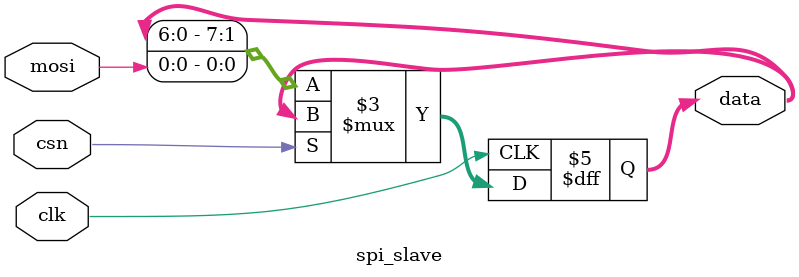
<source format=v>


module spi_slave
#(
  parameter C_data_len = 8 // input bits data length
)
(
  input  wire clk, // SPI clk
  input  wire mosi, csn, // spi lines to be sniffed
  output reg  [C_data_len-1:0] data // continuously shifted
);
  always @(posedge clk)
  begin
    if(csn == 1'b0)
      data <= { data[C_data_len-2:0], mosi };
  end
endmodule

</source>
